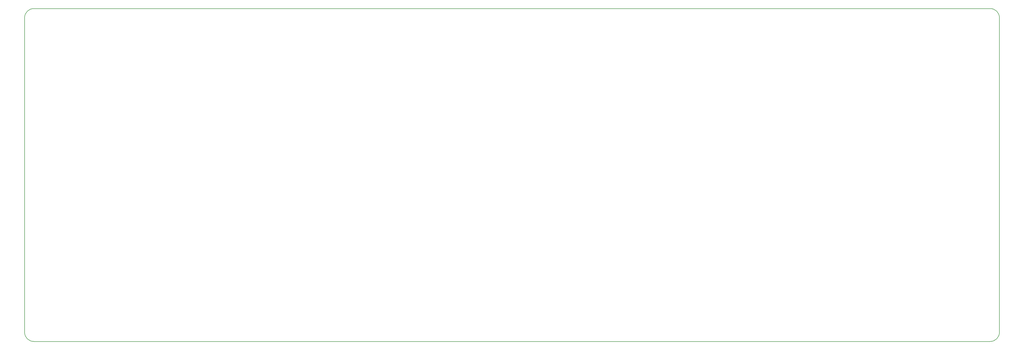
<source format=gbr>
%TF.GenerationSoftware,KiCad,Pcbnew,9.0.0*%
%TF.CreationDate,2025-03-11T22:48:35+00:00*%
%TF.ProjectId,kara70-pcb,6b617261-3730-42d7-9063-622e6b696361,rev?*%
%TF.SameCoordinates,Original*%
%TF.FileFunction,Profile,NP*%
%FSLAX46Y46*%
G04 Gerber Fmt 4.6, Leading zero omitted, Abs format (unit mm)*
G04 Created by KiCad (PCBNEW 9.0.0) date 2025-03-11 22:48:35*
%MOMM*%
%LPD*%
G01*
G04 APERTURE LIST*
%TA.AperFunction,Profile*%
%ADD10C,0.150000*%
%TD*%
G04 APERTURE END LIST*
D10*
X57076441Y-180502220D02*
G75*
G02*
X53766382Y-177200000I-3041J3307020D01*
G01*
X406000000Y-177195160D02*
G75*
G02*
X402692941Y-180502300I-3307000J-140D01*
G01*
X402692941Y-60194750D02*
G75*
G02*
X406000000Y-63520085I-41J-3307150D01*
G01*
X53766382Y-63501809D02*
G75*
G02*
X57073441Y-60194682I3307118J9D01*
G01*
X402692941Y-180502299D02*
X57076441Y-180502219D01*
X406000000Y-63520085D02*
X406000000Y-177195160D01*
X53766382Y-177198159D02*
X53766382Y-63501809D01*
X57073441Y-60194750D02*
X402692941Y-60194750D01*
M02*

</source>
